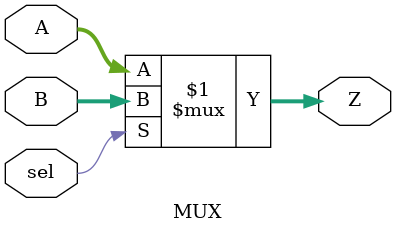
<source format=v>
module MUX #(parameter N = 32)(
	input [N-1:0] A,B,
	input sel,
	output [N-1:0] Z
);
	assign Z=sel?B:A;
endmodule
</source>
